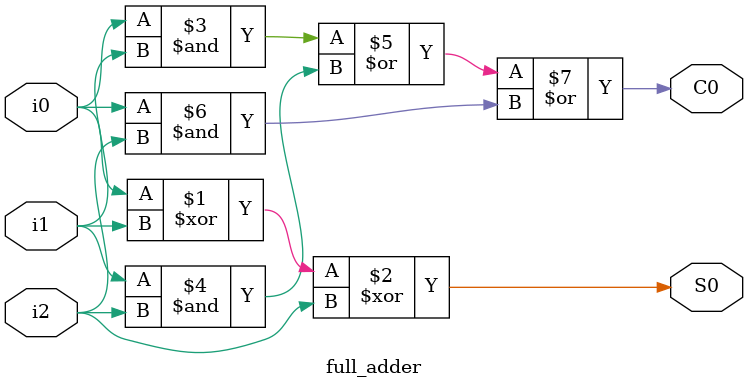
<source format=v>
module full_adder (
    input i0,   // First input bit
    input i1,   // Second input bit
    input i2,   // Carry-in bit
    output S0,  // Sum output bit
    output C0   // Carry-out bit
);

    assign S0 = i0 ^ i1 ^ i2;          // Sum calculation using XOR gates
    assign C0 = (i0 & i1) | (i1 & i2) | (i0 & i2); // Carry-out calculation

endmodule
</source>
